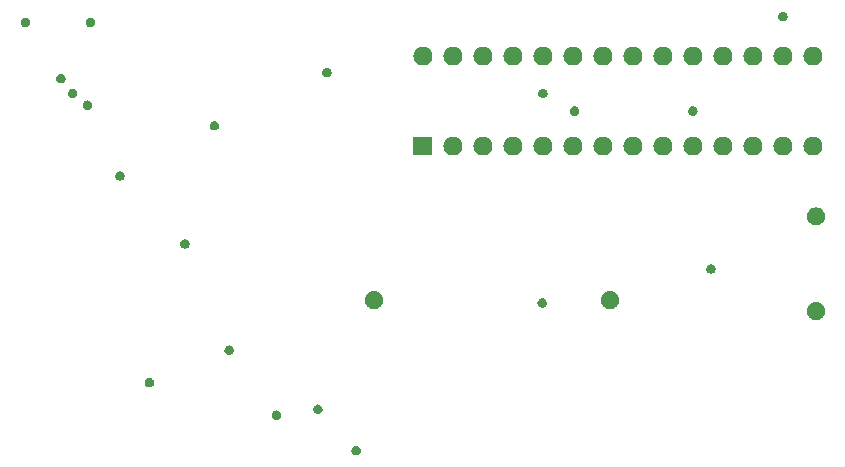
<source format=gbr>
G04 #@! TF.GenerationSoftware,KiCad,Pcbnew,5.0.2-bee76a0~70~ubuntu16.04.1*
G04 #@! TF.CreationDate,2019-03-02T11:38:04+08:00*
G04 #@! TF.ProjectId,OTP,4f54502e-6b69-4636-9164-5f7063625858,v01*
G04 #@! TF.SameCoordinates,Original*
G04 #@! TF.FileFunction,Soldermask,Bot*
G04 #@! TF.FilePolarity,Negative*
%FSLAX46Y46*%
G04 Gerber Fmt 4.6, Leading zero omitted, Abs format (unit mm)*
G04 Created by KiCad (PCBNEW 5.0.2-bee76a0~70~ubuntu16.04.1) date Saturday, 02 March, 2019 11:38:04 AM PST*
%MOMM*%
%LPD*%
G01*
G04 APERTURE LIST*
%ADD10C,0.100000*%
G04 APERTURE END LIST*
D10*
G36*
X178616676Y-86365372D02*
X178689468Y-86395523D01*
X178754989Y-86439303D01*
X178810697Y-86495011D01*
X178854477Y-86560532D01*
X178884628Y-86633324D01*
X178900000Y-86710604D01*
X178900000Y-86789396D01*
X178884628Y-86866676D01*
X178854477Y-86939468D01*
X178810697Y-87004989D01*
X178754989Y-87060697D01*
X178689468Y-87104477D01*
X178616676Y-87134628D01*
X178539397Y-87150000D01*
X178460603Y-87150000D01*
X178383324Y-87134628D01*
X178310532Y-87104477D01*
X178245011Y-87060697D01*
X178189303Y-87004989D01*
X178145523Y-86939468D01*
X178115372Y-86866676D01*
X178100000Y-86789396D01*
X178100000Y-86710604D01*
X178115372Y-86633324D01*
X178145523Y-86560532D01*
X178189303Y-86495011D01*
X178245011Y-86439303D01*
X178310532Y-86395523D01*
X178383324Y-86365372D01*
X178460603Y-86350000D01*
X178539397Y-86350000D01*
X178616676Y-86365372D01*
X178616676Y-86365372D01*
G37*
G36*
X171866676Y-83365372D02*
X171939468Y-83395523D01*
X172004989Y-83439303D01*
X172060697Y-83495011D01*
X172060699Y-83495014D01*
X172060700Y-83495015D01*
X172067364Y-83504989D01*
X172104477Y-83560532D01*
X172134628Y-83633324D01*
X172150000Y-83710604D01*
X172150000Y-83789396D01*
X172134628Y-83866676D01*
X172104477Y-83939468D01*
X172060697Y-84004989D01*
X172004989Y-84060697D01*
X171939468Y-84104477D01*
X171866676Y-84134628D01*
X171789397Y-84150000D01*
X171710603Y-84150000D01*
X171633324Y-84134628D01*
X171560532Y-84104477D01*
X171495011Y-84060697D01*
X171439303Y-84004989D01*
X171395523Y-83939468D01*
X171365372Y-83866676D01*
X171350000Y-83789396D01*
X171350000Y-83710604D01*
X171365372Y-83633324D01*
X171395523Y-83560532D01*
X171432636Y-83504989D01*
X171439300Y-83495015D01*
X171439301Y-83495014D01*
X171439303Y-83495011D01*
X171495011Y-83439303D01*
X171560532Y-83395523D01*
X171633324Y-83365372D01*
X171710603Y-83350000D01*
X171789397Y-83350000D01*
X171866676Y-83365372D01*
X171866676Y-83365372D01*
G37*
G36*
X175366676Y-82865372D02*
X175439468Y-82895523D01*
X175504989Y-82939303D01*
X175560697Y-82995011D01*
X175604477Y-83060532D01*
X175634628Y-83133324D01*
X175650000Y-83210604D01*
X175650000Y-83289396D01*
X175634628Y-83366676D01*
X175604477Y-83439468D01*
X175604475Y-83439471D01*
X175567362Y-83495015D01*
X175560697Y-83504989D01*
X175504989Y-83560697D01*
X175439468Y-83604477D01*
X175369824Y-83633324D01*
X175366676Y-83634628D01*
X175289397Y-83650000D01*
X175210603Y-83650000D01*
X175133324Y-83634628D01*
X175130176Y-83633324D01*
X175060532Y-83604477D01*
X174995011Y-83560697D01*
X174939303Y-83504989D01*
X174932639Y-83495015D01*
X174895525Y-83439471D01*
X174895523Y-83439468D01*
X174865372Y-83366676D01*
X174850000Y-83289396D01*
X174850000Y-83210604D01*
X174865372Y-83133324D01*
X174895523Y-83060532D01*
X174939303Y-82995011D01*
X174995011Y-82939303D01*
X175060532Y-82895523D01*
X175133324Y-82865372D01*
X175210603Y-82850000D01*
X175289397Y-82850000D01*
X175366676Y-82865372D01*
X175366676Y-82865372D01*
G37*
G36*
X161116676Y-80615372D02*
X161189468Y-80645523D01*
X161254989Y-80689303D01*
X161310697Y-80745011D01*
X161354477Y-80810532D01*
X161384628Y-80883324D01*
X161400000Y-80960604D01*
X161400000Y-81039396D01*
X161384628Y-81116676D01*
X161354477Y-81189468D01*
X161310697Y-81254989D01*
X161254989Y-81310697D01*
X161189468Y-81354477D01*
X161116676Y-81384628D01*
X161039397Y-81400000D01*
X160960603Y-81400000D01*
X160883324Y-81384628D01*
X160810532Y-81354477D01*
X160745011Y-81310697D01*
X160689303Y-81254989D01*
X160645523Y-81189468D01*
X160615372Y-81116676D01*
X160600000Y-81039396D01*
X160600000Y-80960604D01*
X160615372Y-80883324D01*
X160645523Y-80810532D01*
X160689303Y-80745011D01*
X160745011Y-80689303D01*
X160810532Y-80645523D01*
X160883324Y-80615372D01*
X160960603Y-80600000D01*
X161039397Y-80600000D01*
X161116676Y-80615372D01*
X161116676Y-80615372D01*
G37*
G36*
X167866676Y-77865372D02*
X167939468Y-77895523D01*
X168004989Y-77939303D01*
X168060697Y-77995011D01*
X168104477Y-78060532D01*
X168134628Y-78133324D01*
X168150000Y-78210604D01*
X168150000Y-78289396D01*
X168134628Y-78366676D01*
X168104477Y-78439468D01*
X168060697Y-78504989D01*
X168004989Y-78560697D01*
X167939468Y-78604477D01*
X167866676Y-78634628D01*
X167789397Y-78650000D01*
X167710603Y-78650000D01*
X167633324Y-78634628D01*
X167560532Y-78604477D01*
X167495011Y-78560697D01*
X167439303Y-78504989D01*
X167395523Y-78439468D01*
X167365372Y-78366676D01*
X167350000Y-78289396D01*
X167350000Y-78210604D01*
X167365372Y-78133324D01*
X167395523Y-78060532D01*
X167439303Y-77995011D01*
X167495011Y-77939303D01*
X167560532Y-77895523D01*
X167633324Y-77865372D01*
X167710603Y-77850000D01*
X167789397Y-77850000D01*
X167866676Y-77865372D01*
X167866676Y-77865372D01*
G37*
G36*
X217597195Y-74187522D02*
X217646267Y-74197283D01*
X217784942Y-74254724D01*
X217909750Y-74338118D01*
X218015882Y-74444250D01*
X218015884Y-74444253D01*
X218099276Y-74569058D01*
X218156717Y-74707733D01*
X218166478Y-74756805D01*
X218186000Y-74854948D01*
X218186000Y-75005052D01*
X218156717Y-75152266D01*
X218099276Y-75290942D01*
X218015882Y-75415750D01*
X217909750Y-75521882D01*
X217909747Y-75521884D01*
X217784942Y-75605276D01*
X217646267Y-75662717D01*
X217597195Y-75672478D01*
X217499052Y-75692000D01*
X217348948Y-75692000D01*
X217250805Y-75672478D01*
X217201733Y-75662717D01*
X217063058Y-75605276D01*
X216938253Y-75521884D01*
X216938250Y-75521882D01*
X216832118Y-75415750D01*
X216748724Y-75290942D01*
X216691283Y-75152266D01*
X216662000Y-75005052D01*
X216662000Y-74854948D01*
X216681522Y-74756805D01*
X216691283Y-74707733D01*
X216748724Y-74569058D01*
X216832116Y-74444253D01*
X216832118Y-74444250D01*
X216938250Y-74338118D01*
X217063058Y-74254724D01*
X217201733Y-74197283D01*
X217250805Y-74187522D01*
X217348948Y-74168000D01*
X217499052Y-74168000D01*
X217597195Y-74187522D01*
X217597195Y-74187522D01*
G37*
G36*
X180173195Y-73257522D02*
X180222267Y-73267283D01*
X180360942Y-73324724D01*
X180485750Y-73408118D01*
X180591882Y-73514250D01*
X180591884Y-73514253D01*
X180675276Y-73639058D01*
X180732717Y-73777733D01*
X180762000Y-73924950D01*
X180762000Y-74075050D01*
X180737687Y-74197283D01*
X180732717Y-74222266D01*
X180675276Y-74360942D01*
X180591882Y-74485750D01*
X180485750Y-74591882D01*
X180485747Y-74591884D01*
X180360942Y-74675276D01*
X180222267Y-74732717D01*
X180173195Y-74742478D01*
X180075052Y-74762000D01*
X179924948Y-74762000D01*
X179826805Y-74742478D01*
X179777733Y-74732717D01*
X179639058Y-74675276D01*
X179514253Y-74591884D01*
X179514250Y-74591882D01*
X179408118Y-74485750D01*
X179324724Y-74360942D01*
X179267283Y-74222266D01*
X179262314Y-74197283D01*
X179238000Y-74075050D01*
X179238000Y-73924950D01*
X179267283Y-73777733D01*
X179324724Y-73639058D01*
X179408116Y-73514253D01*
X179408118Y-73514250D01*
X179514250Y-73408118D01*
X179639058Y-73324724D01*
X179777733Y-73267283D01*
X179826805Y-73257522D01*
X179924948Y-73238000D01*
X180075052Y-73238000D01*
X180173195Y-73257522D01*
X180173195Y-73257522D01*
G37*
G36*
X200173195Y-73257522D02*
X200222267Y-73267283D01*
X200360942Y-73324724D01*
X200485750Y-73408118D01*
X200591882Y-73514250D01*
X200591884Y-73514253D01*
X200675276Y-73639058D01*
X200732717Y-73777733D01*
X200762000Y-73924950D01*
X200762000Y-74075050D01*
X200737687Y-74197283D01*
X200732717Y-74222266D01*
X200675276Y-74360942D01*
X200591882Y-74485750D01*
X200485750Y-74591882D01*
X200485747Y-74591884D01*
X200360942Y-74675276D01*
X200222267Y-74732717D01*
X200173195Y-74742478D01*
X200075052Y-74762000D01*
X199924948Y-74762000D01*
X199826805Y-74742478D01*
X199777733Y-74732717D01*
X199639058Y-74675276D01*
X199514253Y-74591884D01*
X199514250Y-74591882D01*
X199408118Y-74485750D01*
X199324724Y-74360942D01*
X199267283Y-74222266D01*
X199262314Y-74197283D01*
X199238000Y-74075050D01*
X199238000Y-73924950D01*
X199267283Y-73777733D01*
X199324724Y-73639058D01*
X199408116Y-73514253D01*
X199408118Y-73514250D01*
X199514250Y-73408118D01*
X199639058Y-73324724D01*
X199777733Y-73267283D01*
X199826805Y-73257522D01*
X199924948Y-73238000D01*
X200075052Y-73238000D01*
X200173195Y-73257522D01*
X200173195Y-73257522D01*
G37*
G36*
X194366676Y-73865372D02*
X194439468Y-73895523D01*
X194439471Y-73895525D01*
X194483509Y-73924950D01*
X194504989Y-73939303D01*
X194560697Y-73995011D01*
X194604477Y-74060532D01*
X194634628Y-74133324D01*
X194650000Y-74210604D01*
X194650000Y-74289396D01*
X194634628Y-74366676D01*
X194604477Y-74439468D01*
X194560697Y-74504989D01*
X194504989Y-74560697D01*
X194439468Y-74604477D01*
X194366676Y-74634628D01*
X194289397Y-74650000D01*
X194210603Y-74650000D01*
X194133324Y-74634628D01*
X194060532Y-74604477D01*
X193995011Y-74560697D01*
X193939303Y-74504989D01*
X193895523Y-74439468D01*
X193865372Y-74366676D01*
X193850000Y-74289396D01*
X193850000Y-74210604D01*
X193865372Y-74133324D01*
X193895523Y-74060532D01*
X193939303Y-73995011D01*
X193995011Y-73939303D01*
X194016492Y-73924950D01*
X194060529Y-73895525D01*
X194060532Y-73895523D01*
X194133324Y-73865372D01*
X194210603Y-73850000D01*
X194289397Y-73850000D01*
X194366676Y-73865372D01*
X194366676Y-73865372D01*
G37*
G36*
X208650676Y-70989372D02*
X208723468Y-71019523D01*
X208788989Y-71063303D01*
X208844697Y-71119011D01*
X208888477Y-71184532D01*
X208918628Y-71257324D01*
X208934000Y-71334604D01*
X208934000Y-71413396D01*
X208918628Y-71490676D01*
X208888477Y-71563468D01*
X208844697Y-71628989D01*
X208788989Y-71684697D01*
X208723468Y-71728477D01*
X208650676Y-71758628D01*
X208573397Y-71774000D01*
X208494603Y-71774000D01*
X208417324Y-71758628D01*
X208344532Y-71728477D01*
X208279011Y-71684697D01*
X208223303Y-71628989D01*
X208179523Y-71563468D01*
X208149372Y-71490676D01*
X208134000Y-71413396D01*
X208134000Y-71334604D01*
X208149372Y-71257324D01*
X208179523Y-71184532D01*
X208223303Y-71119011D01*
X208279011Y-71063303D01*
X208344532Y-71019523D01*
X208417324Y-70989372D01*
X208494603Y-70974000D01*
X208573397Y-70974000D01*
X208650676Y-70989372D01*
X208650676Y-70989372D01*
G37*
G36*
X164116676Y-68865372D02*
X164189468Y-68895523D01*
X164254989Y-68939303D01*
X164310697Y-68995011D01*
X164354477Y-69060532D01*
X164384628Y-69133324D01*
X164400000Y-69210604D01*
X164400000Y-69289396D01*
X164384628Y-69366676D01*
X164354477Y-69439468D01*
X164310697Y-69504989D01*
X164254989Y-69560697D01*
X164189468Y-69604477D01*
X164116676Y-69634628D01*
X164039397Y-69650000D01*
X163960603Y-69650000D01*
X163883324Y-69634628D01*
X163810532Y-69604477D01*
X163745011Y-69560697D01*
X163689303Y-69504989D01*
X163645523Y-69439468D01*
X163615372Y-69366676D01*
X163600000Y-69289396D01*
X163600000Y-69210604D01*
X163615372Y-69133324D01*
X163645523Y-69060532D01*
X163689303Y-68995011D01*
X163745011Y-68939303D01*
X163810532Y-68895523D01*
X163883324Y-68865372D01*
X163960603Y-68850000D01*
X164039397Y-68850000D01*
X164116676Y-68865372D01*
X164116676Y-68865372D01*
G37*
G36*
X217597195Y-66187522D02*
X217646267Y-66197283D01*
X217784942Y-66254724D01*
X217909750Y-66338118D01*
X218015882Y-66444250D01*
X218099276Y-66569058D01*
X218156717Y-66707734D01*
X218186000Y-66854948D01*
X218186000Y-67005052D01*
X218156717Y-67152266D01*
X218099276Y-67290942D01*
X218015882Y-67415750D01*
X217909750Y-67521882D01*
X217909747Y-67521884D01*
X217784942Y-67605276D01*
X217646267Y-67662717D01*
X217597195Y-67672478D01*
X217499052Y-67692000D01*
X217348948Y-67692000D01*
X217250805Y-67672478D01*
X217201733Y-67662717D01*
X217063058Y-67605276D01*
X216938253Y-67521884D01*
X216938250Y-67521882D01*
X216832118Y-67415750D01*
X216748724Y-67290942D01*
X216691283Y-67152266D01*
X216662000Y-67005052D01*
X216662000Y-66854948D01*
X216691283Y-66707734D01*
X216748724Y-66569058D01*
X216832118Y-66444250D01*
X216938250Y-66338118D01*
X217063058Y-66254724D01*
X217201733Y-66197283D01*
X217250805Y-66187522D01*
X217348948Y-66168000D01*
X217499052Y-66168000D01*
X217597195Y-66187522D01*
X217597195Y-66187522D01*
G37*
G36*
X158616676Y-63115372D02*
X158689468Y-63145523D01*
X158754989Y-63189303D01*
X158810697Y-63245011D01*
X158854477Y-63310532D01*
X158884628Y-63383324D01*
X158900000Y-63460604D01*
X158900000Y-63539396D01*
X158884628Y-63616676D01*
X158854477Y-63689468D01*
X158810697Y-63754989D01*
X158754989Y-63810697D01*
X158689468Y-63854477D01*
X158616676Y-63884628D01*
X158539397Y-63900000D01*
X158460603Y-63900000D01*
X158383324Y-63884628D01*
X158310532Y-63854477D01*
X158245011Y-63810697D01*
X158189303Y-63754989D01*
X158145523Y-63689468D01*
X158115372Y-63616676D01*
X158100000Y-63539396D01*
X158100000Y-63460604D01*
X158115372Y-63383324D01*
X158145523Y-63310532D01*
X158189303Y-63245011D01*
X158245011Y-63189303D01*
X158310532Y-63145523D01*
X158383324Y-63115372D01*
X158460603Y-63100000D01*
X158539397Y-63100000D01*
X158616676Y-63115372D01*
X158616676Y-63115372D01*
G37*
G36*
X184950000Y-61760000D02*
X183350000Y-61760000D01*
X183350000Y-60160000D01*
X184950000Y-60160000D01*
X184950000Y-61760000D01*
X184950000Y-61760000D01*
G37*
G36*
X186807649Y-60167717D02*
X186846827Y-60171576D01*
X186922227Y-60194448D01*
X186997629Y-60217321D01*
X187136608Y-60291608D01*
X187258422Y-60391578D01*
X187358392Y-60513392D01*
X187432679Y-60652371D01*
X187478424Y-60803174D01*
X187493870Y-60960000D01*
X187478424Y-61116826D01*
X187432679Y-61267629D01*
X187358392Y-61406608D01*
X187258422Y-61528422D01*
X187136608Y-61628392D01*
X186997629Y-61702679D01*
X186922228Y-61725551D01*
X186846827Y-61748424D01*
X186807649Y-61752283D01*
X186729295Y-61760000D01*
X186650705Y-61760000D01*
X186572351Y-61752283D01*
X186533173Y-61748424D01*
X186457772Y-61725551D01*
X186382371Y-61702679D01*
X186243392Y-61628392D01*
X186121578Y-61528422D01*
X186021608Y-61406608D01*
X185947321Y-61267629D01*
X185901576Y-61116826D01*
X185886130Y-60960000D01*
X185901576Y-60803174D01*
X185947321Y-60652371D01*
X186021608Y-60513392D01*
X186121578Y-60391578D01*
X186243392Y-60291608D01*
X186382371Y-60217321D01*
X186457773Y-60194448D01*
X186533173Y-60171576D01*
X186572351Y-60167717D01*
X186650705Y-60160000D01*
X186729295Y-60160000D01*
X186807649Y-60167717D01*
X186807649Y-60167717D01*
G37*
G36*
X191887649Y-60167717D02*
X191926827Y-60171576D01*
X192002227Y-60194448D01*
X192077629Y-60217321D01*
X192216608Y-60291608D01*
X192338422Y-60391578D01*
X192438392Y-60513392D01*
X192512679Y-60652371D01*
X192558424Y-60803174D01*
X192573870Y-60960000D01*
X192558424Y-61116826D01*
X192512679Y-61267629D01*
X192438392Y-61406608D01*
X192338422Y-61528422D01*
X192216608Y-61628392D01*
X192077629Y-61702679D01*
X192002228Y-61725551D01*
X191926827Y-61748424D01*
X191887649Y-61752283D01*
X191809295Y-61760000D01*
X191730705Y-61760000D01*
X191652351Y-61752283D01*
X191613173Y-61748424D01*
X191537772Y-61725551D01*
X191462371Y-61702679D01*
X191323392Y-61628392D01*
X191201578Y-61528422D01*
X191101608Y-61406608D01*
X191027321Y-61267629D01*
X190981576Y-61116826D01*
X190966130Y-60960000D01*
X190981576Y-60803174D01*
X191027321Y-60652371D01*
X191101608Y-60513392D01*
X191201578Y-60391578D01*
X191323392Y-60291608D01*
X191462371Y-60217321D01*
X191537773Y-60194448D01*
X191613173Y-60171576D01*
X191652351Y-60167717D01*
X191730705Y-60160000D01*
X191809295Y-60160000D01*
X191887649Y-60167717D01*
X191887649Y-60167717D01*
G37*
G36*
X204587649Y-60167717D02*
X204626827Y-60171576D01*
X204702227Y-60194448D01*
X204777629Y-60217321D01*
X204916608Y-60291608D01*
X205038422Y-60391578D01*
X205138392Y-60513392D01*
X205212679Y-60652371D01*
X205258424Y-60803174D01*
X205273870Y-60960000D01*
X205258424Y-61116826D01*
X205212679Y-61267629D01*
X205138392Y-61406608D01*
X205038422Y-61528422D01*
X204916608Y-61628392D01*
X204777629Y-61702679D01*
X204702228Y-61725551D01*
X204626827Y-61748424D01*
X204587649Y-61752283D01*
X204509295Y-61760000D01*
X204430705Y-61760000D01*
X204352351Y-61752283D01*
X204313173Y-61748424D01*
X204237772Y-61725551D01*
X204162371Y-61702679D01*
X204023392Y-61628392D01*
X203901578Y-61528422D01*
X203801608Y-61406608D01*
X203727321Y-61267629D01*
X203681576Y-61116826D01*
X203666130Y-60960000D01*
X203681576Y-60803174D01*
X203727321Y-60652371D01*
X203801608Y-60513392D01*
X203901578Y-60391578D01*
X204023392Y-60291608D01*
X204162371Y-60217321D01*
X204237773Y-60194448D01*
X204313173Y-60171576D01*
X204352351Y-60167717D01*
X204430705Y-60160000D01*
X204509295Y-60160000D01*
X204587649Y-60167717D01*
X204587649Y-60167717D01*
G37*
G36*
X207127649Y-60167717D02*
X207166827Y-60171576D01*
X207242227Y-60194448D01*
X207317629Y-60217321D01*
X207456608Y-60291608D01*
X207578422Y-60391578D01*
X207678392Y-60513392D01*
X207752679Y-60652371D01*
X207798424Y-60803174D01*
X207813870Y-60960000D01*
X207798424Y-61116826D01*
X207752679Y-61267629D01*
X207678392Y-61406608D01*
X207578422Y-61528422D01*
X207456608Y-61628392D01*
X207317629Y-61702679D01*
X207242228Y-61725551D01*
X207166827Y-61748424D01*
X207127649Y-61752283D01*
X207049295Y-61760000D01*
X206970705Y-61760000D01*
X206892351Y-61752283D01*
X206853173Y-61748424D01*
X206777772Y-61725551D01*
X206702371Y-61702679D01*
X206563392Y-61628392D01*
X206441578Y-61528422D01*
X206341608Y-61406608D01*
X206267321Y-61267629D01*
X206221576Y-61116826D01*
X206206130Y-60960000D01*
X206221576Y-60803174D01*
X206267321Y-60652371D01*
X206341608Y-60513392D01*
X206441578Y-60391578D01*
X206563392Y-60291608D01*
X206702371Y-60217321D01*
X206777773Y-60194448D01*
X206853173Y-60171576D01*
X206892351Y-60167717D01*
X206970705Y-60160000D01*
X207049295Y-60160000D01*
X207127649Y-60167717D01*
X207127649Y-60167717D01*
G37*
G36*
X209667649Y-60167717D02*
X209706827Y-60171576D01*
X209782227Y-60194448D01*
X209857629Y-60217321D01*
X209996608Y-60291608D01*
X210118422Y-60391578D01*
X210218392Y-60513392D01*
X210292679Y-60652371D01*
X210338424Y-60803174D01*
X210353870Y-60960000D01*
X210338424Y-61116826D01*
X210292679Y-61267629D01*
X210218392Y-61406608D01*
X210118422Y-61528422D01*
X209996608Y-61628392D01*
X209857629Y-61702679D01*
X209782228Y-61725551D01*
X209706827Y-61748424D01*
X209667649Y-61752283D01*
X209589295Y-61760000D01*
X209510705Y-61760000D01*
X209432351Y-61752283D01*
X209393173Y-61748424D01*
X209317772Y-61725551D01*
X209242371Y-61702679D01*
X209103392Y-61628392D01*
X208981578Y-61528422D01*
X208881608Y-61406608D01*
X208807321Y-61267629D01*
X208761576Y-61116826D01*
X208746130Y-60960000D01*
X208761576Y-60803174D01*
X208807321Y-60652371D01*
X208881608Y-60513392D01*
X208981578Y-60391578D01*
X209103392Y-60291608D01*
X209242371Y-60217321D01*
X209317773Y-60194448D01*
X209393173Y-60171576D01*
X209432351Y-60167717D01*
X209510705Y-60160000D01*
X209589295Y-60160000D01*
X209667649Y-60167717D01*
X209667649Y-60167717D01*
G37*
G36*
X212207649Y-60167717D02*
X212246827Y-60171576D01*
X212322227Y-60194448D01*
X212397629Y-60217321D01*
X212536608Y-60291608D01*
X212658422Y-60391578D01*
X212758392Y-60513392D01*
X212832679Y-60652371D01*
X212878424Y-60803174D01*
X212893870Y-60960000D01*
X212878424Y-61116826D01*
X212832679Y-61267629D01*
X212758392Y-61406608D01*
X212658422Y-61528422D01*
X212536608Y-61628392D01*
X212397629Y-61702679D01*
X212322228Y-61725551D01*
X212246827Y-61748424D01*
X212207649Y-61752283D01*
X212129295Y-61760000D01*
X212050705Y-61760000D01*
X211972351Y-61752283D01*
X211933173Y-61748424D01*
X211857772Y-61725551D01*
X211782371Y-61702679D01*
X211643392Y-61628392D01*
X211521578Y-61528422D01*
X211421608Y-61406608D01*
X211347321Y-61267629D01*
X211301576Y-61116826D01*
X211286130Y-60960000D01*
X211301576Y-60803174D01*
X211347321Y-60652371D01*
X211421608Y-60513392D01*
X211521578Y-60391578D01*
X211643392Y-60291608D01*
X211782371Y-60217321D01*
X211857773Y-60194448D01*
X211933173Y-60171576D01*
X211972351Y-60167717D01*
X212050705Y-60160000D01*
X212129295Y-60160000D01*
X212207649Y-60167717D01*
X212207649Y-60167717D01*
G37*
G36*
X217287649Y-60167717D02*
X217326827Y-60171576D01*
X217402227Y-60194448D01*
X217477629Y-60217321D01*
X217616608Y-60291608D01*
X217738422Y-60391578D01*
X217838392Y-60513392D01*
X217912679Y-60652371D01*
X217958424Y-60803174D01*
X217973870Y-60960000D01*
X217958424Y-61116826D01*
X217912679Y-61267629D01*
X217838392Y-61406608D01*
X217738422Y-61528422D01*
X217616608Y-61628392D01*
X217477629Y-61702679D01*
X217402228Y-61725551D01*
X217326827Y-61748424D01*
X217287649Y-61752283D01*
X217209295Y-61760000D01*
X217130705Y-61760000D01*
X217052351Y-61752283D01*
X217013173Y-61748424D01*
X216937772Y-61725551D01*
X216862371Y-61702679D01*
X216723392Y-61628392D01*
X216601578Y-61528422D01*
X216501608Y-61406608D01*
X216427321Y-61267629D01*
X216381576Y-61116826D01*
X216366130Y-60960000D01*
X216381576Y-60803174D01*
X216427321Y-60652371D01*
X216501608Y-60513392D01*
X216601578Y-60391578D01*
X216723392Y-60291608D01*
X216862371Y-60217321D01*
X216937773Y-60194448D01*
X217013173Y-60171576D01*
X217052351Y-60167717D01*
X217130705Y-60160000D01*
X217209295Y-60160000D01*
X217287649Y-60167717D01*
X217287649Y-60167717D01*
G37*
G36*
X202047649Y-60167717D02*
X202086827Y-60171576D01*
X202162227Y-60194448D01*
X202237629Y-60217321D01*
X202376608Y-60291608D01*
X202498422Y-60391578D01*
X202598392Y-60513392D01*
X202672679Y-60652371D01*
X202718424Y-60803174D01*
X202733870Y-60960000D01*
X202718424Y-61116826D01*
X202672679Y-61267629D01*
X202598392Y-61406608D01*
X202498422Y-61528422D01*
X202376608Y-61628392D01*
X202237629Y-61702679D01*
X202162228Y-61725551D01*
X202086827Y-61748424D01*
X202047649Y-61752283D01*
X201969295Y-61760000D01*
X201890705Y-61760000D01*
X201812351Y-61752283D01*
X201773173Y-61748424D01*
X201697772Y-61725551D01*
X201622371Y-61702679D01*
X201483392Y-61628392D01*
X201361578Y-61528422D01*
X201261608Y-61406608D01*
X201187321Y-61267629D01*
X201141576Y-61116826D01*
X201126130Y-60960000D01*
X201141576Y-60803174D01*
X201187321Y-60652371D01*
X201261608Y-60513392D01*
X201361578Y-60391578D01*
X201483392Y-60291608D01*
X201622371Y-60217321D01*
X201697773Y-60194448D01*
X201773173Y-60171576D01*
X201812351Y-60167717D01*
X201890705Y-60160000D01*
X201969295Y-60160000D01*
X202047649Y-60167717D01*
X202047649Y-60167717D01*
G37*
G36*
X199507649Y-60167717D02*
X199546827Y-60171576D01*
X199622227Y-60194448D01*
X199697629Y-60217321D01*
X199836608Y-60291608D01*
X199958422Y-60391578D01*
X200058392Y-60513392D01*
X200132679Y-60652371D01*
X200178424Y-60803174D01*
X200193870Y-60960000D01*
X200178424Y-61116826D01*
X200132679Y-61267629D01*
X200058392Y-61406608D01*
X199958422Y-61528422D01*
X199836608Y-61628392D01*
X199697629Y-61702679D01*
X199622228Y-61725551D01*
X199546827Y-61748424D01*
X199507649Y-61752283D01*
X199429295Y-61760000D01*
X199350705Y-61760000D01*
X199272351Y-61752283D01*
X199233173Y-61748424D01*
X199157772Y-61725551D01*
X199082371Y-61702679D01*
X198943392Y-61628392D01*
X198821578Y-61528422D01*
X198721608Y-61406608D01*
X198647321Y-61267629D01*
X198601576Y-61116826D01*
X198586130Y-60960000D01*
X198601576Y-60803174D01*
X198647321Y-60652371D01*
X198721608Y-60513392D01*
X198821578Y-60391578D01*
X198943392Y-60291608D01*
X199082371Y-60217321D01*
X199157773Y-60194448D01*
X199233173Y-60171576D01*
X199272351Y-60167717D01*
X199350705Y-60160000D01*
X199429295Y-60160000D01*
X199507649Y-60167717D01*
X199507649Y-60167717D01*
G37*
G36*
X196967649Y-60167717D02*
X197006827Y-60171576D01*
X197082227Y-60194448D01*
X197157629Y-60217321D01*
X197296608Y-60291608D01*
X197418422Y-60391578D01*
X197518392Y-60513392D01*
X197592679Y-60652371D01*
X197638424Y-60803174D01*
X197653870Y-60960000D01*
X197638424Y-61116826D01*
X197592679Y-61267629D01*
X197518392Y-61406608D01*
X197418422Y-61528422D01*
X197296608Y-61628392D01*
X197157629Y-61702679D01*
X197082228Y-61725551D01*
X197006827Y-61748424D01*
X196967649Y-61752283D01*
X196889295Y-61760000D01*
X196810705Y-61760000D01*
X196732351Y-61752283D01*
X196693173Y-61748424D01*
X196617772Y-61725551D01*
X196542371Y-61702679D01*
X196403392Y-61628392D01*
X196281578Y-61528422D01*
X196181608Y-61406608D01*
X196107321Y-61267629D01*
X196061576Y-61116826D01*
X196046130Y-60960000D01*
X196061576Y-60803174D01*
X196107321Y-60652371D01*
X196181608Y-60513392D01*
X196281578Y-60391578D01*
X196403392Y-60291608D01*
X196542371Y-60217321D01*
X196617773Y-60194448D01*
X196693173Y-60171576D01*
X196732351Y-60167717D01*
X196810705Y-60160000D01*
X196889295Y-60160000D01*
X196967649Y-60167717D01*
X196967649Y-60167717D01*
G37*
G36*
X189347649Y-60167717D02*
X189386827Y-60171576D01*
X189462227Y-60194448D01*
X189537629Y-60217321D01*
X189676608Y-60291608D01*
X189798422Y-60391578D01*
X189898392Y-60513392D01*
X189972679Y-60652371D01*
X190018424Y-60803174D01*
X190033870Y-60960000D01*
X190018424Y-61116826D01*
X189972679Y-61267629D01*
X189898392Y-61406608D01*
X189798422Y-61528422D01*
X189676608Y-61628392D01*
X189537629Y-61702679D01*
X189462228Y-61725551D01*
X189386827Y-61748424D01*
X189347649Y-61752283D01*
X189269295Y-61760000D01*
X189190705Y-61760000D01*
X189112351Y-61752283D01*
X189073173Y-61748424D01*
X188997772Y-61725551D01*
X188922371Y-61702679D01*
X188783392Y-61628392D01*
X188661578Y-61528422D01*
X188561608Y-61406608D01*
X188487321Y-61267629D01*
X188441576Y-61116826D01*
X188426130Y-60960000D01*
X188441576Y-60803174D01*
X188487321Y-60652371D01*
X188561608Y-60513392D01*
X188661578Y-60391578D01*
X188783392Y-60291608D01*
X188922371Y-60217321D01*
X188997773Y-60194448D01*
X189073173Y-60171576D01*
X189112351Y-60167717D01*
X189190705Y-60160000D01*
X189269295Y-60160000D01*
X189347649Y-60167717D01*
X189347649Y-60167717D01*
G37*
G36*
X194427649Y-60167717D02*
X194466827Y-60171576D01*
X194542227Y-60194448D01*
X194617629Y-60217321D01*
X194756608Y-60291608D01*
X194878422Y-60391578D01*
X194978392Y-60513392D01*
X195052679Y-60652371D01*
X195098424Y-60803174D01*
X195113870Y-60960000D01*
X195098424Y-61116826D01*
X195052679Y-61267629D01*
X194978392Y-61406608D01*
X194878422Y-61528422D01*
X194756608Y-61628392D01*
X194617629Y-61702679D01*
X194542228Y-61725551D01*
X194466827Y-61748424D01*
X194427649Y-61752283D01*
X194349295Y-61760000D01*
X194270705Y-61760000D01*
X194192351Y-61752283D01*
X194153173Y-61748424D01*
X194077772Y-61725551D01*
X194002371Y-61702679D01*
X193863392Y-61628392D01*
X193741578Y-61528422D01*
X193641608Y-61406608D01*
X193567321Y-61267629D01*
X193521576Y-61116826D01*
X193506130Y-60960000D01*
X193521576Y-60803174D01*
X193567321Y-60652371D01*
X193641608Y-60513392D01*
X193741578Y-60391578D01*
X193863392Y-60291608D01*
X194002371Y-60217321D01*
X194077773Y-60194448D01*
X194153173Y-60171576D01*
X194192351Y-60167717D01*
X194270705Y-60160000D01*
X194349295Y-60160000D01*
X194427649Y-60167717D01*
X194427649Y-60167717D01*
G37*
G36*
X214747649Y-60167717D02*
X214786827Y-60171576D01*
X214862227Y-60194448D01*
X214937629Y-60217321D01*
X215076608Y-60291608D01*
X215198422Y-60391578D01*
X215298392Y-60513392D01*
X215372679Y-60652371D01*
X215418424Y-60803174D01*
X215433870Y-60960000D01*
X215418424Y-61116826D01*
X215372679Y-61267629D01*
X215298392Y-61406608D01*
X215198422Y-61528422D01*
X215076608Y-61628392D01*
X214937629Y-61702679D01*
X214862228Y-61725551D01*
X214786827Y-61748424D01*
X214747649Y-61752283D01*
X214669295Y-61760000D01*
X214590705Y-61760000D01*
X214512351Y-61752283D01*
X214473173Y-61748424D01*
X214397772Y-61725551D01*
X214322371Y-61702679D01*
X214183392Y-61628392D01*
X214061578Y-61528422D01*
X213961608Y-61406608D01*
X213887321Y-61267629D01*
X213841576Y-61116826D01*
X213826130Y-60960000D01*
X213841576Y-60803174D01*
X213887321Y-60652371D01*
X213961608Y-60513392D01*
X214061578Y-60391578D01*
X214183392Y-60291608D01*
X214322371Y-60217321D01*
X214397773Y-60194448D01*
X214473173Y-60171576D01*
X214512351Y-60167717D01*
X214590705Y-60160000D01*
X214669295Y-60160000D01*
X214747649Y-60167717D01*
X214747649Y-60167717D01*
G37*
G36*
X166616676Y-58865372D02*
X166689468Y-58895523D01*
X166754989Y-58939303D01*
X166810697Y-58995011D01*
X166854477Y-59060532D01*
X166884628Y-59133324D01*
X166900000Y-59210604D01*
X166900000Y-59289396D01*
X166884628Y-59366676D01*
X166854477Y-59439468D01*
X166810697Y-59504989D01*
X166754989Y-59560697D01*
X166689468Y-59604477D01*
X166616676Y-59634628D01*
X166539397Y-59650000D01*
X166460603Y-59650000D01*
X166383324Y-59634628D01*
X166310532Y-59604477D01*
X166245011Y-59560697D01*
X166189303Y-59504989D01*
X166145523Y-59439468D01*
X166115372Y-59366676D01*
X166100000Y-59289396D01*
X166100000Y-59210604D01*
X166115372Y-59133324D01*
X166145523Y-59060532D01*
X166189303Y-58995011D01*
X166245011Y-58939303D01*
X166310532Y-58895523D01*
X166383324Y-58865372D01*
X166460603Y-58850000D01*
X166539397Y-58850000D01*
X166616676Y-58865372D01*
X166616676Y-58865372D01*
G37*
G36*
X207116676Y-57615372D02*
X207189468Y-57645523D01*
X207254989Y-57689303D01*
X207310697Y-57745011D01*
X207310699Y-57745014D01*
X207310700Y-57745015D01*
X207317364Y-57754989D01*
X207354477Y-57810532D01*
X207384628Y-57883324D01*
X207400000Y-57960604D01*
X207400000Y-58039396D01*
X207384628Y-58116676D01*
X207354477Y-58189468D01*
X207310697Y-58254989D01*
X207254989Y-58310697D01*
X207189468Y-58354477D01*
X207116676Y-58384628D01*
X207039397Y-58400000D01*
X206960603Y-58400000D01*
X206883324Y-58384628D01*
X206810532Y-58354477D01*
X206745011Y-58310697D01*
X206689303Y-58254989D01*
X206645523Y-58189468D01*
X206615372Y-58116676D01*
X206600000Y-58039396D01*
X206600000Y-57960604D01*
X206615372Y-57883324D01*
X206645523Y-57810532D01*
X206682636Y-57754989D01*
X206689300Y-57745015D01*
X206689301Y-57745014D01*
X206689303Y-57745011D01*
X206745011Y-57689303D01*
X206810532Y-57645523D01*
X206883324Y-57615372D01*
X206960603Y-57600000D01*
X207039397Y-57600000D01*
X207116676Y-57615372D01*
X207116676Y-57615372D01*
G37*
G36*
X197116676Y-57615372D02*
X197189468Y-57645523D01*
X197254989Y-57689303D01*
X197310697Y-57745011D01*
X197310699Y-57745014D01*
X197310700Y-57745015D01*
X197317364Y-57754989D01*
X197354477Y-57810532D01*
X197384628Y-57883324D01*
X197400000Y-57960604D01*
X197400000Y-58039396D01*
X197384628Y-58116676D01*
X197354477Y-58189468D01*
X197310697Y-58254989D01*
X197254989Y-58310697D01*
X197189468Y-58354477D01*
X197116676Y-58384628D01*
X197039397Y-58400000D01*
X196960603Y-58400000D01*
X196883324Y-58384628D01*
X196810532Y-58354477D01*
X196745011Y-58310697D01*
X196689303Y-58254989D01*
X196645523Y-58189468D01*
X196615372Y-58116676D01*
X196600000Y-58039396D01*
X196600000Y-57960604D01*
X196615372Y-57883324D01*
X196645523Y-57810532D01*
X196682636Y-57754989D01*
X196689300Y-57745015D01*
X196689301Y-57745014D01*
X196689303Y-57745011D01*
X196745011Y-57689303D01*
X196810532Y-57645523D01*
X196883324Y-57615372D01*
X196960603Y-57600000D01*
X197039397Y-57600000D01*
X197116676Y-57615372D01*
X197116676Y-57615372D01*
G37*
G36*
X155866676Y-57115372D02*
X155939468Y-57145523D01*
X156004989Y-57189303D01*
X156060697Y-57245011D01*
X156104477Y-57310532D01*
X156134628Y-57383324D01*
X156150000Y-57460604D01*
X156150000Y-57539396D01*
X156134628Y-57616676D01*
X156104477Y-57689468D01*
X156104475Y-57689471D01*
X156067362Y-57745015D01*
X156060697Y-57754989D01*
X156004989Y-57810697D01*
X155939468Y-57854477D01*
X155869824Y-57883324D01*
X155866676Y-57884628D01*
X155789397Y-57900000D01*
X155710603Y-57900000D01*
X155633324Y-57884628D01*
X155630176Y-57883324D01*
X155560532Y-57854477D01*
X155495011Y-57810697D01*
X155439303Y-57754989D01*
X155432639Y-57745015D01*
X155395525Y-57689471D01*
X155395523Y-57689468D01*
X155365372Y-57616676D01*
X155350000Y-57539396D01*
X155350000Y-57460604D01*
X155365372Y-57383324D01*
X155395523Y-57310532D01*
X155439303Y-57245011D01*
X155495011Y-57189303D01*
X155560532Y-57145523D01*
X155633324Y-57115372D01*
X155710603Y-57100000D01*
X155789397Y-57100000D01*
X155866676Y-57115372D01*
X155866676Y-57115372D01*
G37*
G36*
X194426676Y-56115372D02*
X194499468Y-56145523D01*
X194564989Y-56189303D01*
X194620697Y-56245011D01*
X194664477Y-56310532D01*
X194694628Y-56383324D01*
X194710000Y-56460604D01*
X194710000Y-56539396D01*
X194694628Y-56616676D01*
X194664477Y-56689468D01*
X194620697Y-56754989D01*
X194564989Y-56810697D01*
X194499468Y-56854477D01*
X194426676Y-56884628D01*
X194349397Y-56900000D01*
X194270603Y-56900000D01*
X194193324Y-56884628D01*
X194120532Y-56854477D01*
X194055011Y-56810697D01*
X193999303Y-56754989D01*
X193955523Y-56689468D01*
X193925372Y-56616676D01*
X193910000Y-56539396D01*
X193910000Y-56460604D01*
X193925372Y-56383324D01*
X193955523Y-56310532D01*
X193999303Y-56245011D01*
X194055011Y-56189303D01*
X194120532Y-56145523D01*
X194193324Y-56115372D01*
X194270603Y-56100000D01*
X194349397Y-56100000D01*
X194426676Y-56115372D01*
X194426676Y-56115372D01*
G37*
G36*
X154616676Y-56115372D02*
X154689468Y-56145523D01*
X154754989Y-56189303D01*
X154810697Y-56245011D01*
X154854477Y-56310532D01*
X154884628Y-56383324D01*
X154900000Y-56460604D01*
X154900000Y-56539396D01*
X154884628Y-56616676D01*
X154854477Y-56689468D01*
X154810697Y-56754989D01*
X154754989Y-56810697D01*
X154689468Y-56854477D01*
X154616676Y-56884628D01*
X154539397Y-56900000D01*
X154460603Y-56900000D01*
X154383324Y-56884628D01*
X154310532Y-56854477D01*
X154245011Y-56810697D01*
X154189303Y-56754989D01*
X154145523Y-56689468D01*
X154115372Y-56616676D01*
X154100000Y-56539396D01*
X154100000Y-56460604D01*
X154115372Y-56383324D01*
X154145523Y-56310532D01*
X154189303Y-56245011D01*
X154245011Y-56189303D01*
X154310532Y-56145523D01*
X154383324Y-56115372D01*
X154460603Y-56100000D01*
X154539397Y-56100000D01*
X154616676Y-56115372D01*
X154616676Y-56115372D01*
G37*
G36*
X153616676Y-54865372D02*
X153689468Y-54895523D01*
X153689471Y-54895525D01*
X153722316Y-54917471D01*
X153754989Y-54939303D01*
X153810697Y-54995011D01*
X153854477Y-55060532D01*
X153884628Y-55133324D01*
X153900000Y-55210604D01*
X153900000Y-55289396D01*
X153884628Y-55366676D01*
X153854477Y-55439468D01*
X153810697Y-55504989D01*
X153754989Y-55560697D01*
X153689468Y-55604477D01*
X153616676Y-55634628D01*
X153539397Y-55650000D01*
X153460603Y-55650000D01*
X153383324Y-55634628D01*
X153310532Y-55604477D01*
X153245011Y-55560697D01*
X153189303Y-55504989D01*
X153145523Y-55439468D01*
X153115372Y-55366676D01*
X153100000Y-55289396D01*
X153100000Y-55210604D01*
X153115372Y-55133324D01*
X153145523Y-55060532D01*
X153189303Y-54995011D01*
X153245011Y-54939303D01*
X153277685Y-54917471D01*
X153310529Y-54895525D01*
X153310532Y-54895523D01*
X153383324Y-54865372D01*
X153460603Y-54850000D01*
X153539397Y-54850000D01*
X153616676Y-54865372D01*
X153616676Y-54865372D01*
G37*
G36*
X176138676Y-54343372D02*
X176211468Y-54373523D01*
X176276989Y-54417303D01*
X176332697Y-54473011D01*
X176376477Y-54538532D01*
X176406628Y-54611324D01*
X176422000Y-54688604D01*
X176422000Y-54767396D01*
X176406628Y-54844676D01*
X176376477Y-54917468D01*
X176332697Y-54982989D01*
X176276989Y-55038697D01*
X176276986Y-55038699D01*
X176276985Y-55038700D01*
X176244311Y-55060532D01*
X176211468Y-55082477D01*
X176138676Y-55112628D01*
X176061397Y-55128000D01*
X175982603Y-55128000D01*
X175905324Y-55112628D01*
X175832532Y-55082477D01*
X175799689Y-55060532D01*
X175767015Y-55038700D01*
X175767014Y-55038699D01*
X175767011Y-55038697D01*
X175711303Y-54982989D01*
X175667523Y-54917468D01*
X175637372Y-54844676D01*
X175622000Y-54767396D01*
X175622000Y-54688604D01*
X175637372Y-54611324D01*
X175667523Y-54538532D01*
X175711303Y-54473011D01*
X175767011Y-54417303D01*
X175832532Y-54373523D01*
X175905324Y-54343372D01*
X175982603Y-54328000D01*
X176061397Y-54328000D01*
X176138676Y-54343372D01*
X176138676Y-54343372D01*
G37*
G36*
X207127649Y-52547717D02*
X207166827Y-52551576D01*
X207242228Y-52574449D01*
X207317629Y-52597321D01*
X207456608Y-52671608D01*
X207578422Y-52771578D01*
X207678392Y-52893392D01*
X207752679Y-53032371D01*
X207798424Y-53183174D01*
X207813870Y-53340000D01*
X207798424Y-53496826D01*
X207752679Y-53647629D01*
X207678392Y-53786608D01*
X207578422Y-53908422D01*
X207456608Y-54008392D01*
X207317629Y-54082679D01*
X207242227Y-54105552D01*
X207166827Y-54128424D01*
X207127649Y-54132283D01*
X207049295Y-54140000D01*
X206970705Y-54140000D01*
X206892351Y-54132283D01*
X206853173Y-54128424D01*
X206777772Y-54105551D01*
X206702371Y-54082679D01*
X206563392Y-54008392D01*
X206441578Y-53908422D01*
X206341608Y-53786608D01*
X206267321Y-53647629D01*
X206221576Y-53496826D01*
X206206130Y-53340000D01*
X206221576Y-53183174D01*
X206267321Y-53032371D01*
X206341608Y-52893392D01*
X206441578Y-52771578D01*
X206563392Y-52671608D01*
X206702371Y-52597321D01*
X206777772Y-52574449D01*
X206853173Y-52551576D01*
X206892351Y-52547717D01*
X206970705Y-52540000D01*
X207049295Y-52540000D01*
X207127649Y-52547717D01*
X207127649Y-52547717D01*
G37*
G36*
X217287649Y-52547717D02*
X217326827Y-52551576D01*
X217402228Y-52574449D01*
X217477629Y-52597321D01*
X217616608Y-52671608D01*
X217738422Y-52771578D01*
X217838392Y-52893392D01*
X217912679Y-53032371D01*
X217958424Y-53183174D01*
X217973870Y-53340000D01*
X217958424Y-53496826D01*
X217912679Y-53647629D01*
X217838392Y-53786608D01*
X217738422Y-53908422D01*
X217616608Y-54008392D01*
X217477629Y-54082679D01*
X217402227Y-54105552D01*
X217326827Y-54128424D01*
X217287649Y-54132283D01*
X217209295Y-54140000D01*
X217130705Y-54140000D01*
X217052351Y-54132283D01*
X217013173Y-54128424D01*
X216937772Y-54105551D01*
X216862371Y-54082679D01*
X216723392Y-54008392D01*
X216601578Y-53908422D01*
X216501608Y-53786608D01*
X216427321Y-53647629D01*
X216381576Y-53496826D01*
X216366130Y-53340000D01*
X216381576Y-53183174D01*
X216427321Y-53032371D01*
X216501608Y-52893392D01*
X216601578Y-52771578D01*
X216723392Y-52671608D01*
X216862371Y-52597321D01*
X216937772Y-52574449D01*
X217013173Y-52551576D01*
X217052351Y-52547717D01*
X217130705Y-52540000D01*
X217209295Y-52540000D01*
X217287649Y-52547717D01*
X217287649Y-52547717D01*
G37*
G36*
X204587649Y-52547717D02*
X204626827Y-52551576D01*
X204702228Y-52574449D01*
X204777629Y-52597321D01*
X204916608Y-52671608D01*
X205038422Y-52771578D01*
X205138392Y-52893392D01*
X205212679Y-53032371D01*
X205258424Y-53183174D01*
X205273870Y-53340000D01*
X205258424Y-53496826D01*
X205212679Y-53647629D01*
X205138392Y-53786608D01*
X205038422Y-53908422D01*
X204916608Y-54008392D01*
X204777629Y-54082679D01*
X204702227Y-54105552D01*
X204626827Y-54128424D01*
X204587649Y-54132283D01*
X204509295Y-54140000D01*
X204430705Y-54140000D01*
X204352351Y-54132283D01*
X204313173Y-54128424D01*
X204237772Y-54105551D01*
X204162371Y-54082679D01*
X204023392Y-54008392D01*
X203901578Y-53908422D01*
X203801608Y-53786608D01*
X203727321Y-53647629D01*
X203681576Y-53496826D01*
X203666130Y-53340000D01*
X203681576Y-53183174D01*
X203727321Y-53032371D01*
X203801608Y-52893392D01*
X203901578Y-52771578D01*
X204023392Y-52671608D01*
X204162371Y-52597321D01*
X204237772Y-52574449D01*
X204313173Y-52551576D01*
X204352351Y-52547717D01*
X204430705Y-52540000D01*
X204509295Y-52540000D01*
X204587649Y-52547717D01*
X204587649Y-52547717D01*
G37*
G36*
X202047649Y-52547717D02*
X202086827Y-52551576D01*
X202162228Y-52574449D01*
X202237629Y-52597321D01*
X202376608Y-52671608D01*
X202498422Y-52771578D01*
X202598392Y-52893392D01*
X202672679Y-53032371D01*
X202718424Y-53183174D01*
X202733870Y-53340000D01*
X202718424Y-53496826D01*
X202672679Y-53647629D01*
X202598392Y-53786608D01*
X202498422Y-53908422D01*
X202376608Y-54008392D01*
X202237629Y-54082679D01*
X202162227Y-54105552D01*
X202086827Y-54128424D01*
X202047649Y-54132283D01*
X201969295Y-54140000D01*
X201890705Y-54140000D01*
X201812351Y-54132283D01*
X201773173Y-54128424D01*
X201697772Y-54105551D01*
X201622371Y-54082679D01*
X201483392Y-54008392D01*
X201361578Y-53908422D01*
X201261608Y-53786608D01*
X201187321Y-53647629D01*
X201141576Y-53496826D01*
X201126130Y-53340000D01*
X201141576Y-53183174D01*
X201187321Y-53032371D01*
X201261608Y-52893392D01*
X201361578Y-52771578D01*
X201483392Y-52671608D01*
X201622371Y-52597321D01*
X201697772Y-52574449D01*
X201773173Y-52551576D01*
X201812351Y-52547717D01*
X201890705Y-52540000D01*
X201969295Y-52540000D01*
X202047649Y-52547717D01*
X202047649Y-52547717D01*
G37*
G36*
X199507649Y-52547717D02*
X199546827Y-52551576D01*
X199622228Y-52574449D01*
X199697629Y-52597321D01*
X199836608Y-52671608D01*
X199958422Y-52771578D01*
X200058392Y-52893392D01*
X200132679Y-53032371D01*
X200178424Y-53183174D01*
X200193870Y-53340000D01*
X200178424Y-53496826D01*
X200132679Y-53647629D01*
X200058392Y-53786608D01*
X199958422Y-53908422D01*
X199836608Y-54008392D01*
X199697629Y-54082679D01*
X199622227Y-54105552D01*
X199546827Y-54128424D01*
X199507649Y-54132283D01*
X199429295Y-54140000D01*
X199350705Y-54140000D01*
X199272351Y-54132283D01*
X199233173Y-54128424D01*
X199157772Y-54105551D01*
X199082371Y-54082679D01*
X198943392Y-54008392D01*
X198821578Y-53908422D01*
X198721608Y-53786608D01*
X198647321Y-53647629D01*
X198601576Y-53496826D01*
X198586130Y-53340000D01*
X198601576Y-53183174D01*
X198647321Y-53032371D01*
X198721608Y-52893392D01*
X198821578Y-52771578D01*
X198943392Y-52671608D01*
X199082371Y-52597321D01*
X199157772Y-52574449D01*
X199233173Y-52551576D01*
X199272351Y-52547717D01*
X199350705Y-52540000D01*
X199429295Y-52540000D01*
X199507649Y-52547717D01*
X199507649Y-52547717D01*
G37*
G36*
X196967649Y-52547717D02*
X197006827Y-52551576D01*
X197082228Y-52574449D01*
X197157629Y-52597321D01*
X197296608Y-52671608D01*
X197418422Y-52771578D01*
X197518392Y-52893392D01*
X197592679Y-53032371D01*
X197638424Y-53183174D01*
X197653870Y-53340000D01*
X197638424Y-53496826D01*
X197592679Y-53647629D01*
X197518392Y-53786608D01*
X197418422Y-53908422D01*
X197296608Y-54008392D01*
X197157629Y-54082679D01*
X197082227Y-54105552D01*
X197006827Y-54128424D01*
X196967649Y-54132283D01*
X196889295Y-54140000D01*
X196810705Y-54140000D01*
X196732351Y-54132283D01*
X196693173Y-54128424D01*
X196617772Y-54105551D01*
X196542371Y-54082679D01*
X196403392Y-54008392D01*
X196281578Y-53908422D01*
X196181608Y-53786608D01*
X196107321Y-53647629D01*
X196061576Y-53496826D01*
X196046130Y-53340000D01*
X196061576Y-53183174D01*
X196107321Y-53032371D01*
X196181608Y-52893392D01*
X196281578Y-52771578D01*
X196403392Y-52671608D01*
X196542371Y-52597321D01*
X196617772Y-52574449D01*
X196693173Y-52551576D01*
X196732351Y-52547717D01*
X196810705Y-52540000D01*
X196889295Y-52540000D01*
X196967649Y-52547717D01*
X196967649Y-52547717D01*
G37*
G36*
X194427649Y-52547717D02*
X194466827Y-52551576D01*
X194542228Y-52574449D01*
X194617629Y-52597321D01*
X194756608Y-52671608D01*
X194878422Y-52771578D01*
X194978392Y-52893392D01*
X195052679Y-53032371D01*
X195098424Y-53183174D01*
X195113870Y-53340000D01*
X195098424Y-53496826D01*
X195052679Y-53647629D01*
X194978392Y-53786608D01*
X194878422Y-53908422D01*
X194756608Y-54008392D01*
X194617629Y-54082679D01*
X194542227Y-54105552D01*
X194466827Y-54128424D01*
X194427649Y-54132283D01*
X194349295Y-54140000D01*
X194270705Y-54140000D01*
X194192351Y-54132283D01*
X194153173Y-54128424D01*
X194077772Y-54105551D01*
X194002371Y-54082679D01*
X193863392Y-54008392D01*
X193741578Y-53908422D01*
X193641608Y-53786608D01*
X193567321Y-53647629D01*
X193521576Y-53496826D01*
X193506130Y-53340000D01*
X193521576Y-53183174D01*
X193567321Y-53032371D01*
X193641608Y-52893392D01*
X193741578Y-52771578D01*
X193863392Y-52671608D01*
X194002371Y-52597321D01*
X194077772Y-52574449D01*
X194153173Y-52551576D01*
X194192351Y-52547717D01*
X194270705Y-52540000D01*
X194349295Y-52540000D01*
X194427649Y-52547717D01*
X194427649Y-52547717D01*
G37*
G36*
X191887649Y-52547717D02*
X191926827Y-52551576D01*
X192002228Y-52574449D01*
X192077629Y-52597321D01*
X192216608Y-52671608D01*
X192338422Y-52771578D01*
X192438392Y-52893392D01*
X192512679Y-53032371D01*
X192558424Y-53183174D01*
X192573870Y-53340000D01*
X192558424Y-53496826D01*
X192512679Y-53647629D01*
X192438392Y-53786608D01*
X192338422Y-53908422D01*
X192216608Y-54008392D01*
X192077629Y-54082679D01*
X192002227Y-54105552D01*
X191926827Y-54128424D01*
X191887649Y-54132283D01*
X191809295Y-54140000D01*
X191730705Y-54140000D01*
X191652351Y-54132283D01*
X191613173Y-54128424D01*
X191537772Y-54105551D01*
X191462371Y-54082679D01*
X191323392Y-54008392D01*
X191201578Y-53908422D01*
X191101608Y-53786608D01*
X191027321Y-53647629D01*
X190981576Y-53496826D01*
X190966130Y-53340000D01*
X190981576Y-53183174D01*
X191027321Y-53032371D01*
X191101608Y-52893392D01*
X191201578Y-52771578D01*
X191323392Y-52671608D01*
X191462371Y-52597321D01*
X191537772Y-52574449D01*
X191613173Y-52551576D01*
X191652351Y-52547717D01*
X191730705Y-52540000D01*
X191809295Y-52540000D01*
X191887649Y-52547717D01*
X191887649Y-52547717D01*
G37*
G36*
X189347649Y-52547717D02*
X189386827Y-52551576D01*
X189462228Y-52574449D01*
X189537629Y-52597321D01*
X189676608Y-52671608D01*
X189798422Y-52771578D01*
X189898392Y-52893392D01*
X189972679Y-53032371D01*
X190018424Y-53183174D01*
X190033870Y-53340000D01*
X190018424Y-53496826D01*
X189972679Y-53647629D01*
X189898392Y-53786608D01*
X189798422Y-53908422D01*
X189676608Y-54008392D01*
X189537629Y-54082679D01*
X189462227Y-54105552D01*
X189386827Y-54128424D01*
X189347649Y-54132283D01*
X189269295Y-54140000D01*
X189190705Y-54140000D01*
X189112351Y-54132283D01*
X189073173Y-54128424D01*
X188997772Y-54105551D01*
X188922371Y-54082679D01*
X188783392Y-54008392D01*
X188661578Y-53908422D01*
X188561608Y-53786608D01*
X188487321Y-53647629D01*
X188441576Y-53496826D01*
X188426130Y-53340000D01*
X188441576Y-53183174D01*
X188487321Y-53032371D01*
X188561608Y-52893392D01*
X188661578Y-52771578D01*
X188783392Y-52671608D01*
X188922371Y-52597321D01*
X188997772Y-52574449D01*
X189073173Y-52551576D01*
X189112351Y-52547717D01*
X189190705Y-52540000D01*
X189269295Y-52540000D01*
X189347649Y-52547717D01*
X189347649Y-52547717D01*
G37*
G36*
X186807649Y-52547717D02*
X186846827Y-52551576D01*
X186922228Y-52574449D01*
X186997629Y-52597321D01*
X187136608Y-52671608D01*
X187258422Y-52771578D01*
X187358392Y-52893392D01*
X187432679Y-53032371D01*
X187478424Y-53183174D01*
X187493870Y-53340000D01*
X187478424Y-53496826D01*
X187432679Y-53647629D01*
X187358392Y-53786608D01*
X187258422Y-53908422D01*
X187136608Y-54008392D01*
X186997629Y-54082679D01*
X186922227Y-54105552D01*
X186846827Y-54128424D01*
X186807649Y-54132283D01*
X186729295Y-54140000D01*
X186650705Y-54140000D01*
X186572351Y-54132283D01*
X186533173Y-54128424D01*
X186457772Y-54105551D01*
X186382371Y-54082679D01*
X186243392Y-54008392D01*
X186121578Y-53908422D01*
X186021608Y-53786608D01*
X185947321Y-53647629D01*
X185901576Y-53496826D01*
X185886130Y-53340000D01*
X185901576Y-53183174D01*
X185947321Y-53032371D01*
X186021608Y-52893392D01*
X186121578Y-52771578D01*
X186243392Y-52671608D01*
X186382371Y-52597321D01*
X186457772Y-52574449D01*
X186533173Y-52551576D01*
X186572351Y-52547717D01*
X186650705Y-52540000D01*
X186729295Y-52540000D01*
X186807649Y-52547717D01*
X186807649Y-52547717D01*
G37*
G36*
X184267649Y-52547717D02*
X184306827Y-52551576D01*
X184382228Y-52574449D01*
X184457629Y-52597321D01*
X184596608Y-52671608D01*
X184718422Y-52771578D01*
X184818392Y-52893392D01*
X184892679Y-53032371D01*
X184938424Y-53183174D01*
X184953870Y-53340000D01*
X184938424Y-53496826D01*
X184892679Y-53647629D01*
X184818392Y-53786608D01*
X184718422Y-53908422D01*
X184596608Y-54008392D01*
X184457629Y-54082679D01*
X184382227Y-54105552D01*
X184306827Y-54128424D01*
X184267649Y-54132283D01*
X184189295Y-54140000D01*
X184110705Y-54140000D01*
X184032351Y-54132283D01*
X183993173Y-54128424D01*
X183917772Y-54105551D01*
X183842371Y-54082679D01*
X183703392Y-54008392D01*
X183581578Y-53908422D01*
X183481608Y-53786608D01*
X183407321Y-53647629D01*
X183361576Y-53496826D01*
X183346130Y-53340000D01*
X183361576Y-53183174D01*
X183407321Y-53032371D01*
X183481608Y-52893392D01*
X183581578Y-52771578D01*
X183703392Y-52671608D01*
X183842371Y-52597321D01*
X183917772Y-52574449D01*
X183993173Y-52551576D01*
X184032351Y-52547717D01*
X184110705Y-52540000D01*
X184189295Y-52540000D01*
X184267649Y-52547717D01*
X184267649Y-52547717D01*
G37*
G36*
X209667649Y-52547717D02*
X209706827Y-52551576D01*
X209782228Y-52574449D01*
X209857629Y-52597321D01*
X209996608Y-52671608D01*
X210118422Y-52771578D01*
X210218392Y-52893392D01*
X210292679Y-53032371D01*
X210338424Y-53183174D01*
X210353870Y-53340000D01*
X210338424Y-53496826D01*
X210292679Y-53647629D01*
X210218392Y-53786608D01*
X210118422Y-53908422D01*
X209996608Y-54008392D01*
X209857629Y-54082679D01*
X209782227Y-54105552D01*
X209706827Y-54128424D01*
X209667649Y-54132283D01*
X209589295Y-54140000D01*
X209510705Y-54140000D01*
X209432351Y-54132283D01*
X209393173Y-54128424D01*
X209317772Y-54105551D01*
X209242371Y-54082679D01*
X209103392Y-54008392D01*
X208981578Y-53908422D01*
X208881608Y-53786608D01*
X208807321Y-53647629D01*
X208761576Y-53496826D01*
X208746130Y-53340000D01*
X208761576Y-53183174D01*
X208807321Y-53032371D01*
X208881608Y-52893392D01*
X208981578Y-52771578D01*
X209103392Y-52671608D01*
X209242371Y-52597321D01*
X209317772Y-52574449D01*
X209393173Y-52551576D01*
X209432351Y-52547717D01*
X209510705Y-52540000D01*
X209589295Y-52540000D01*
X209667649Y-52547717D01*
X209667649Y-52547717D01*
G37*
G36*
X212207649Y-52547717D02*
X212246827Y-52551576D01*
X212322228Y-52574449D01*
X212397629Y-52597321D01*
X212536608Y-52671608D01*
X212658422Y-52771578D01*
X212758392Y-52893392D01*
X212832679Y-53032371D01*
X212878424Y-53183174D01*
X212893870Y-53340000D01*
X212878424Y-53496826D01*
X212832679Y-53647629D01*
X212758392Y-53786608D01*
X212658422Y-53908422D01*
X212536608Y-54008392D01*
X212397629Y-54082679D01*
X212322227Y-54105552D01*
X212246827Y-54128424D01*
X212207649Y-54132283D01*
X212129295Y-54140000D01*
X212050705Y-54140000D01*
X211972351Y-54132283D01*
X211933173Y-54128424D01*
X211857772Y-54105551D01*
X211782371Y-54082679D01*
X211643392Y-54008392D01*
X211521578Y-53908422D01*
X211421608Y-53786608D01*
X211347321Y-53647629D01*
X211301576Y-53496826D01*
X211286130Y-53340000D01*
X211301576Y-53183174D01*
X211347321Y-53032371D01*
X211421608Y-52893392D01*
X211521578Y-52771578D01*
X211643392Y-52671608D01*
X211782371Y-52597321D01*
X211857772Y-52574449D01*
X211933173Y-52551576D01*
X211972351Y-52547717D01*
X212050705Y-52540000D01*
X212129295Y-52540000D01*
X212207649Y-52547717D01*
X212207649Y-52547717D01*
G37*
G36*
X214747649Y-52547717D02*
X214786827Y-52551576D01*
X214862228Y-52574449D01*
X214937629Y-52597321D01*
X215076608Y-52671608D01*
X215198422Y-52771578D01*
X215298392Y-52893392D01*
X215372679Y-53032371D01*
X215418424Y-53183174D01*
X215433870Y-53340000D01*
X215418424Y-53496826D01*
X215372679Y-53647629D01*
X215298392Y-53786608D01*
X215198422Y-53908422D01*
X215076608Y-54008392D01*
X214937629Y-54082679D01*
X214862227Y-54105552D01*
X214786827Y-54128424D01*
X214747649Y-54132283D01*
X214669295Y-54140000D01*
X214590705Y-54140000D01*
X214512351Y-54132283D01*
X214473173Y-54128424D01*
X214397772Y-54105551D01*
X214322371Y-54082679D01*
X214183392Y-54008392D01*
X214061578Y-53908422D01*
X213961608Y-53786608D01*
X213887321Y-53647629D01*
X213841576Y-53496826D01*
X213826130Y-53340000D01*
X213841576Y-53183174D01*
X213887321Y-53032371D01*
X213961608Y-52893392D01*
X214061578Y-52771578D01*
X214183392Y-52671608D01*
X214322371Y-52597321D01*
X214397772Y-52574449D01*
X214473173Y-52551576D01*
X214512351Y-52547717D01*
X214590705Y-52540000D01*
X214669295Y-52540000D01*
X214747649Y-52547717D01*
X214747649Y-52547717D01*
G37*
G36*
X156116676Y-50115372D02*
X156189468Y-50145523D01*
X156254989Y-50189303D01*
X156310697Y-50245011D01*
X156310699Y-50245014D01*
X156310700Y-50245015D01*
X156317364Y-50254989D01*
X156354477Y-50310532D01*
X156384628Y-50383324D01*
X156400000Y-50460604D01*
X156400000Y-50539396D01*
X156384628Y-50616676D01*
X156354477Y-50689468D01*
X156310697Y-50754989D01*
X156254989Y-50810697D01*
X156189468Y-50854477D01*
X156116676Y-50884628D01*
X156039397Y-50900000D01*
X155960603Y-50900000D01*
X155883324Y-50884628D01*
X155810532Y-50854477D01*
X155745011Y-50810697D01*
X155689303Y-50754989D01*
X155645523Y-50689468D01*
X155615372Y-50616676D01*
X155600000Y-50539396D01*
X155600000Y-50460604D01*
X155615372Y-50383324D01*
X155645523Y-50310532D01*
X155682636Y-50254989D01*
X155689300Y-50245015D01*
X155689301Y-50245014D01*
X155689303Y-50245011D01*
X155745011Y-50189303D01*
X155810532Y-50145523D01*
X155883324Y-50115372D01*
X155960603Y-50100000D01*
X156039397Y-50100000D01*
X156116676Y-50115372D01*
X156116676Y-50115372D01*
G37*
G36*
X150616676Y-50115372D02*
X150689468Y-50145523D01*
X150754989Y-50189303D01*
X150810697Y-50245011D01*
X150810699Y-50245014D01*
X150810700Y-50245015D01*
X150817364Y-50254989D01*
X150854477Y-50310532D01*
X150884628Y-50383324D01*
X150900000Y-50460604D01*
X150900000Y-50539396D01*
X150884628Y-50616676D01*
X150854477Y-50689468D01*
X150810697Y-50754989D01*
X150754989Y-50810697D01*
X150689468Y-50854477D01*
X150616676Y-50884628D01*
X150539397Y-50900000D01*
X150460603Y-50900000D01*
X150383324Y-50884628D01*
X150310532Y-50854477D01*
X150245011Y-50810697D01*
X150189303Y-50754989D01*
X150145523Y-50689468D01*
X150115372Y-50616676D01*
X150100000Y-50539396D01*
X150100000Y-50460604D01*
X150115372Y-50383324D01*
X150145523Y-50310532D01*
X150182636Y-50254989D01*
X150189300Y-50245015D01*
X150189301Y-50245014D01*
X150189303Y-50245011D01*
X150245011Y-50189303D01*
X150310532Y-50145523D01*
X150383324Y-50115372D01*
X150460603Y-50100000D01*
X150539397Y-50100000D01*
X150616676Y-50115372D01*
X150616676Y-50115372D01*
G37*
G36*
X214746676Y-49615372D02*
X214819468Y-49645523D01*
X214884989Y-49689303D01*
X214940697Y-49745011D01*
X214984477Y-49810532D01*
X215014628Y-49883324D01*
X215030000Y-49960604D01*
X215030000Y-50039396D01*
X215014628Y-50116676D01*
X214984477Y-50189468D01*
X214984475Y-50189471D01*
X214947362Y-50245015D01*
X214940697Y-50254989D01*
X214884989Y-50310697D01*
X214819468Y-50354477D01*
X214749824Y-50383324D01*
X214746676Y-50384628D01*
X214669397Y-50400000D01*
X214590603Y-50400000D01*
X214513324Y-50384628D01*
X214510176Y-50383324D01*
X214440532Y-50354477D01*
X214375011Y-50310697D01*
X214319303Y-50254989D01*
X214312639Y-50245015D01*
X214275525Y-50189471D01*
X214275523Y-50189468D01*
X214245372Y-50116676D01*
X214230000Y-50039396D01*
X214230000Y-49960604D01*
X214245372Y-49883324D01*
X214275523Y-49810532D01*
X214319303Y-49745011D01*
X214375011Y-49689303D01*
X214440532Y-49645523D01*
X214513324Y-49615372D01*
X214590603Y-49600000D01*
X214669397Y-49600000D01*
X214746676Y-49615372D01*
X214746676Y-49615372D01*
G37*
M02*

</source>
